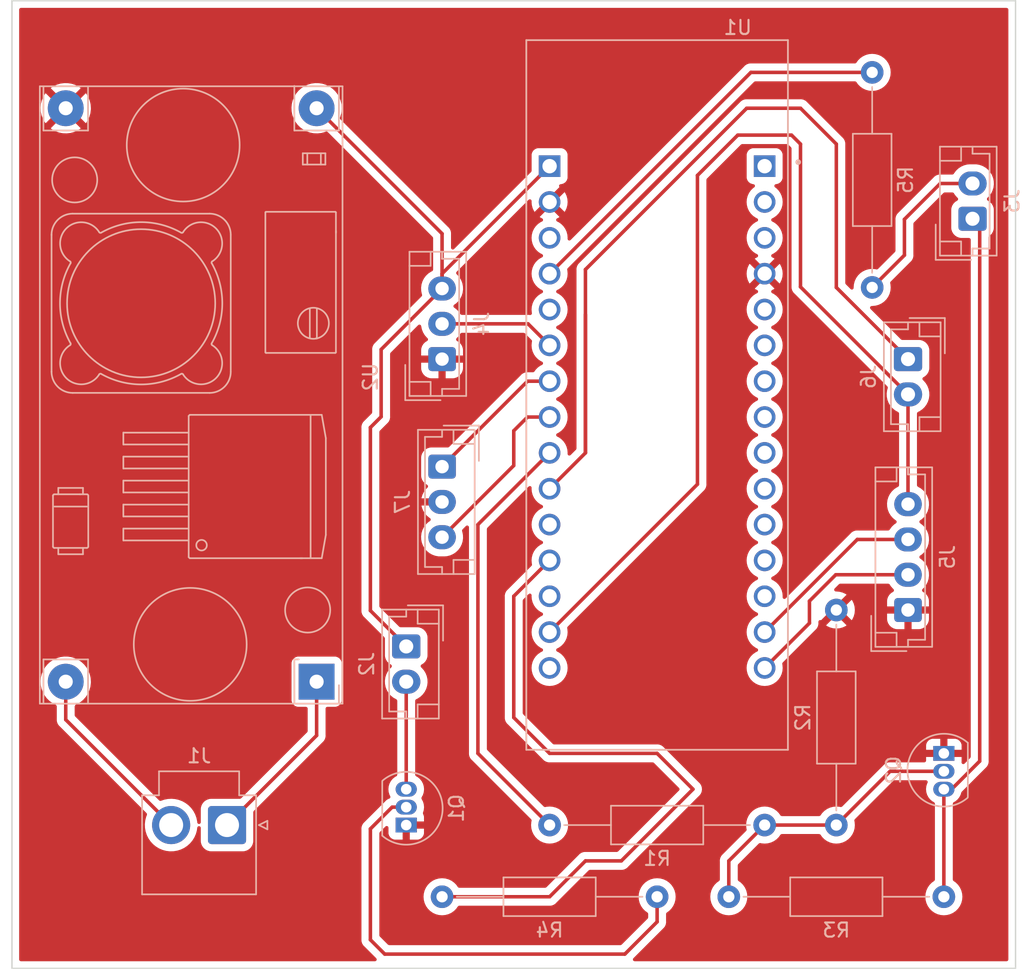
<source format=kicad_pcb>
(kicad_pcb (version 20211014) (generator pcbnew)
  (layers (0 "F.Cu" signal) (31 "B.Cu" signal) (34 "B.Paste" user) (35 "F.Paste" user) (36 "B.SilkS" user "B.Silkscreen") (37 "F.SilkS" user "F.Silkscreen") (38 "B.Mask" user) (39 "F.Mask" user) (44 "Edge.Cuts" user))
  (net 0 "")
  (net 1 "Net-(J1-Pad1)")
  (net 2 "Net-(J1-Pad2)")
  (net 3 "+8V")
  (net 4 "Net-(J2-Pad2)")
  (net 5 "Net-(J3-Pad1)")
  (net 6 "Net-(J3-Pad2)")
  (net 7 "GND")
  (net 8 "A6")
  (net 9 "Net-(Q1-Pad2)")
  (net 10 "Net-(Q2-Pad2)")
  (net 11 "A3")
  (net 12 "A0")
  (net 13 "+5V")
  (net 14 "DT")
  (net 15 "CLK")
  (net 29 "+3V3")
  (net 31 "A2")
  (net 32 "A5")
  (net 33 "A4")
  (footprint "Resistor_THT:R_Axial_DIN0207_L6.3mm_D2.5mm_P15.24mm_Horizontal" (layer "B.Cu") (at 182.88 91.44)
    (fp_text reference "R1" (at 7.62 2.37) (layer "B.SilkS") (effects (justify mirror)))
    (fp_text value "2.2k")
    (fp_line (start 1.04 0) (end 4.35 0) (layer "B.SilkS") (width 0.12))
    (fp_line (start 10.89 -1.37) (end 10.89 1.37) (layer "B.SilkS") (width 0.12))
    (fp_line (start 10.89 1.37) (end 4.35 1.37) (layer "B.SilkS") (width 0.12))
    (fp_line (start 4.35 1.37) (end 4.35 -1.37) (layer "B.SilkS") (width 0.12))
    (fp_line (start 4.35 -1.37) (end 10.89 -1.37) (layer "B.SilkS") (width 0.12))
    (fp_line (start 14.2 0) (end 10.89 0) (layer "B.SilkS") (width 0.12))
    (pad "1" thru_hole circle (at 0 0) (size 1.6 1.6) (drill 0.8) (layers *.Cu *.Mask) (net 11 "A3"))
    (pad "2" thru_hole oval (at 15.24 0) (size 1.6 1.6) (drill 0.8) (layers *.Cu *.Mask) (net 10 "Net-(Q2-Pad2)"))
  )
  (footprint "Resistor_THT:R_Axial_DIN0207_L6.3mm_D2.5mm_P15.24mm_Horizontal" (layer "B.Cu") (at 205.74 53.34 90)
    (fp_text reference "R5" (at 7.62 2.37 90) (layer "B.SilkS") (effects (justify mirror)))
    (fp_text value "10")
    (fp_line (start 4.35 1.37) (end 4.35 -1.37) (layer "B.SilkS") (width 0.12))
    (fp_line (start 10.89 -1.37) (end 10.89 1.37) (layer "B.SilkS") (width 0.12))
    (fp_line (start 1.04 0) (end 4.35 0) (layer "B.SilkS") (width 0.12))
    (fp_line (start 14.2 0) (end 10.89 0) (layer "B.SilkS") (width 0.12))
    (fp_line (start 10.89 1.37) (end 4.35 1.37) (layer "B.SilkS") (width 0.12))
    (fp_line (start 4.35 -1.37) (end 10.89 -1.37) (layer "B.SilkS") (width 0.12))
    (pad "1" thru_hole circle (at 0 0 90) (size 1.6 1.6) (drill 0.8) (layers *.Cu *.Mask) (net 6 "Net-(J3-Pad2)"))
    (pad "2" thru_hole oval (at 15.24 0 90) (size 1.6 1.6) (drill 0.8) (layers *.Cu *.Mask) (net 13 "+5V"))
  )
  (footprint "Connector_JST:JST_EH_B4B-EH-A_1x04_P2.50mm_Vertical" (layer "B.Cu") (at 208.28 76.2 90)
    (fp_text reference "J5" (at 3.75 2.8 90) (layer "B.SilkS") (effects (justify mirror)))
    (fp_text value "Conn_01x04_Male")
    (fp_line (start -2.61 -0.81) (end -1.61 -0.81) (layer "B.SilkS") (width 0.12))
    (fp_line (start 9.61 1.21) (end 9.61 0) (layer "B.SilkS") (width 0.12))
    (fp_line (start -1.61 -0.81) (end -1.61 -2.31) (layer "B.SilkS") (width 0.12))
    (fp_line (start -2.11 0) (end -2.11 1.21) (layer "B.SilkS") (width 0.12))
    (fp_line (start 10.11 1.71) (end -2.61 1.71) (layer "B.SilkS") (width 0.12))
    (fp_line (start 10.11 -0.81) (end 9.11 -0.81) (layer "B.SilkS") (width 0.12))
    (fp_line (start -2.91 -0.11) (end -2.91 -2.61) (layer "B.SilkS") (width 0.12))
    (fp_line (start -2.61 -2.31) (end 10.11 -2.31) (layer "B.SilkS") (width 0.12))
    (fp_line (start -2.91 -2.61) (end -0.41 -2.61) (layer "B.SilkS") (width 0.12))
    (fp_line (start 10.11 -2.31) (end 10.11 1.71) (layer "B.SilkS") (width 0.12))
    (fp_line (start -2.11 1.21) (end 9.61 1.21) (layer "B.SilkS") (width 0.12))
    (fp_line (start -2.61 1.71) (end -2.61 -2.31) (layer "B.SilkS") (width 0.12))
    (fp_line (start 9.61 0) (end 10.11 0) (layer "B.SilkS") (width 0.12))
    (fp_line (start -2.61 0) (end -2.11 0) (layer "B.SilkS") (width 0.12))
    (fp_line (start 9.11 -0.81) (end 9.11 -2.31) (layer "B.SilkS") (width 0.12))
    (pad "1" thru_hole roundrect (at 0 0 90) (size 1.7 1.95) (drill 0.95) (layers *.Cu *.Mask) (roundrect_rratio 0.1470588235) (net 7 "GND"))
    (pad "2" thru_hole oval (at 2.5 0 90) (size 1.7 1.95) (drill 0.95) (layers *.Cu *.Mask) (net 14 "DT"))
    (pad "3" thru_hole oval (at 5 0 90) (size 1.7 1.95) (drill 0.95) (layers *.Cu *.Mask) (net 15 "CLK"))
    (pad "4" thru_hole oval (at 7.5 0 90) (size 1.7 1.95) (drill 0.95) (layers *.Cu *.Mask) (net 29 "+3V3"))
  )
  (footprint "Connector_JST:JST_EH_B2B-EH-A_1x02_P2.50mm_Vertical" (layer "B.Cu") (at 208.28 58.42 -90)
    (fp_text reference "J6" (at 1.25 2.8 90) (layer "B.SilkS") (effects (justify mirror)))
    (fp_text value "Conn_01x02_Male")
    (fp_line (start -2.61 -2.31) (end 5.11 -2.31) (layer "B.SilkS") (width 0.12))
    (fp_line (start 4.61 1.21) (end 4.61 0) (layer "B.SilkS") (width 0.12))
    (fp_line (start -2.91 -2.61) (end -0.41 -2.61) (layer "B.SilkS") (width 0.12))
    (fp_line (start -2.91 -0.11) (end -2.91 -2.61) (layer "B.SilkS") (width 0.12))
    (fp_line (start -2.11 0) (end -2.11 1.21) (layer "B.SilkS") (width 0.12))
    (fp_line (start 4.11 -0.81) (end 4.11 -2.31) (layer "B.SilkS") (width 0.12))
    (fp_line (start 5.11 1.71) (end -2.61 1.71) (layer "B.SilkS") (width 0.12))
    (fp_line (start 5.11 -2.31) (end 5.11 1.71) (layer "B.SilkS") (width 0.12))
    (fp_line (start -2.11 1.21) (end 4.61 1.21) (layer "B.SilkS") (width 0.12))
    (fp_line (start -2.61 1.71) (end -2.61 -2.31) (layer "B.SilkS") (width 0.12))
    (fp_line (start -2.61 -0.81) (end -1.61 -0.81) (layer "B.SilkS") (width 0.12))
    (fp_line (start -2.61 0) (end -2.11 0) (layer "B.SilkS") (width 0.12))
    (fp_line (start 5.11 -0.81) (end 4.11 -0.81) (layer "B.SilkS") (width 0.12))
    (fp_line (start -1.61 -0.81) (end -1.61 -2.31) (layer "B.SilkS") (width 0.12))
    (fp_line (start 4.61 0) (end 5.11 0) (layer "B.SilkS") (width 0.12))
    (pad "1" thru_hole roundrect (at 0 0 270) (size 1.7 2) (drill 1) (layers *.Cu *.Mask) (roundrect_rratio 0.1470588235) (net 31 "A2"))
    (pad "2" thru_hole oval (at 2.5 0 270) (size 1.7 2) (drill 1) (layers *.Cu *.Mask) (net 29 "+3V3"))
  )
  (footprint "L432:MODULE_NUCLEO-L432KC" (layer "B.Cu") (at 190.5 60.96 180)
    (fp_text reference "U1" (at -5.715 26.035) (layer "B.SilkS") (effects (justify mirror)))
    (fp_text value "NUCLEO-L432KC")
    (fp_line (start 9.27 -25.145) (end -9.27 -25.145) (layer "B.SilkS") (width 0.127))
    (fp_line (start 9.27 25.145) (end 9.27 -25.145) (layer "B.SilkS") (width 0.127))
    (fp_line (start -9.27 25.145) (end 9.27 25.145) (layer "B.SilkS") (width 0.127))
    (fp_line (start -9.27 -25.145) (end -9.27 25.145) (layer "B.SilkS") (width 0.127))
    (fp_circle (center -10 16.5) (end -9.9 16.5) (layer "B.SilkS") (width 0.2) (fill none))
    (pad "CN3_1" thru_hole rect locked (at -7.62 16.215 180) (size 1.53 1.53) (drill 1.02) (layers *.Cu *.Mask))
    (pad "CN3_2" thru_hole circle locked (at -7.62 13.675 180) (size 1.53 1.53) (drill 1.02) (layers *.Cu *.Mask))
    (pad "CN3_3" thru_hole circle locked (at -7.62 11.135 180) (size 1.53 1.53) (drill 1.02) (layers *.Cu *.Mask))
    (pad "CN3_4" thru_hole circle locked (at -7.62 8.595 180) (size 1.53 1.53) (drill 1.02) (layers *.Cu *.Mask) (net 7 "GND"))
    (pad "CN3_5" thru_hole circle locked (at -7.62 6.055 180) (size 1.53 1.53) (drill 1.02) (layers *.Cu *.Mask))
    (pad "CN3_6" thru_hole circle locked (at -7.62 3.515 180) (size 1.53 1.53) (drill 1.02) (layers *.Cu *.Mask))
    (pad "CN3_7" thru_hole circle locked (at -7.62 0.975 180) (size 1.53 1.53) (drill 1.02) (layers *.Cu *.Mask))
    (pad "CN3_8" thru_hole circle locked (at -7.62 -1.565 180) (size 1.53 1.53) (drill 1.02) (layers *.Cu *.Mask))
    (pad "CN3_9" thru_hole circle locked (at -7.62 -4.105 180) (size 1.53 1.53) (drill 1.02) (layers *.Cu *.Mask))
    (pad "CN3_10" thru_hole circle locked (at -7.62 -6.645 180) (size 1.53 1.53) (drill 1.02) (layers *.Cu *.Mask))
    (pad "CN3_11" thru_hole circle locked (at -7.62 -9.185 180) (size 1.53 1.53) (drill 1.02) (layers *.Cu *.Mask))
    (pad "CN3_12" thru_hole circle locked (at -7.62 -11.725 180) (size 1.53 1.53) (drill 1.02) (layers *.Cu *.Mask))
    (pad "CN3_13" thru_hole circle locked (at -7.62 -14.265 180) (size 1.53 1.53) (drill 1.02) (layers *.Cu *.Mask))
    (pad "CN3_14" thru_hole circle locked (at -7.62 -16.805 180) (size 1.53 1.53) (drill 1.02) (layers *.Cu *.Mask) (net 15 "CLK"))
    (pad "CN3_15" thru_hole circle locked (at -7.62 -19.345 180) (size 1.53 1.53) (drill 1.02) (layers *.Cu *.Mask) (net 14 "DT"))
    (pad "CN4_1" thru_hole rect locked (at 7.62 16.215 180) (size 1.53 1.53) (drill 1.02) (layers *.Cu *.Mask) (net 3 "+8V"))
    (pad "CN4_2" thru_hole circle locked (at 7.62 13.675 180) (size 1.53 1.53) (drill 1.02) (layers *.Cu *.Mask) (net 7 "GND"))
    (pad "CN4_3" thru_hole circle locked (at 7.62 11.135 180) (size 1.53 1.53) (drill 1.02) (layers *.Cu *.Mask))
    (pad "CN4_4" thru_hole circle locked (at 7.62 8.595 180) (size 1.53 1.53) (drill 1.02) (layers *.Cu *.Mask) (net 13 "+5V"))
    (pad "CN4_5" thru_hole circle locked (at 7.62 6.055 180) (size 1.53 1.53) (drill 1.02) (layers *.Cu *.Mask))
    (pad "CN4_6" thru_hole circle locked (at 7.62 3.515 180) (size 1.53 1.53) (drill 1.02) (layers *.Cu *.Mask) (net 8 "A6"))
    (pad "CN4_7" thru_hole circle locked (at 7.62 0.975 180) (size 1.53 1.53) (drill 1.02) (layers *.Cu *.Mask) (net 32 "A5"))
    (pad "CN4_8" thru_hole circle locked (at 7.62 -1.565 180) (size 1.53 1.53) (drill 1.02) (layers *.Cu *.Mask) (net 33 "A4"))
    (pad "CN4_9" thru_hole circle locked (at 7.62 -4.105 180) (size 1.53 1.53) (drill 1.02) (layers *.Cu *.Mask) (net 11 "A3"))
    (pad "CN4_10" thru_hole circle locked (at 7.62 -6.645 180) (size 1.53 1.53) (drill 1.02) (layers *.Cu *.Mask) (net 31 "A2"))
    (pad "CN4_11" thru_hole circle locked (at 7.62 -9.185 180) (size 1.53 1.53) (drill 1.02) (layers *.Cu *.Mask))
    (pad "CN4_12" thru_hole circle locked (at 7.62 -11.725 180) (size 1.53 1.53) (drill 1.02) (layers *.Cu *.Mask) (net 12 "A0"))
    (pad "CN4_13" thru_hole circle locked (at 7.62 -14.265 180) (size 1.53 1.53) (drill 1.02) (layers *.Cu *.Mask))
    (pad "CN4_14" thru_hole circle locked (at 7.62 -16.805 180) (size 1.53 1.53) (drill 1.02) (layers *.Cu *.Mask) (net 29 "+3V3"))
    (pad "CN4_15" thru_hole circle locked (at 7.62 -19.345 180) (size 1.53 1.53) (drill 1.02) (layers *.Cu *.Mask))
  )
  (footprint "Connector_JST:JST_EH_B3B-EH-A_1x03_P2.50mm_Vertical" (layer "B.Cu") (at 175.26 66.04 -90)
    (fp_text reference "J7" (at 2.5 2.8 90) (layer "B.SilkS") (effects (justify mirror)))
    (fp_text value "Conn_01x03_Male")
    (fp_line (start 7.11 0) (end 7.61 0) (layer "B.SilkS") (width 0.12))
    (fp_line (start -2.61 -2.31) (end 7.61 -2.31) (layer "B.SilkS") (width 0.12))
    (fp_line (start -2.61 1.71) (end -2.61 -2.31) (layer "B.SilkS") (width 0.12))
    (fp_line (start -2.11 1.21) (end 7.11 1.21) (layer "B.SilkS") (width 0.12))
    (fp_line (start -1.61 -0.81) (end -1.61 -2.31) (layer "B.SilkS") (width 0.12))
    (fp_line (start -2.91 -0.11) (end -2.91 -2.61) (layer "B.SilkS") (width 0.12))
    (fp_line (start 7.61 1.71) (end -2.61 1.71) (layer "B.SilkS") (width 0.12))
    (fp_line (start -2.61 0) (end -2.11 0) (layer "B.SilkS") (width 0.12))
    (fp_line (start -2.11 0) (end -2.11 1.21) (layer "B.SilkS") (width 0.12))
    (fp_line (start 7.11 1.21) (end 7.11 0) (layer "B.SilkS") (width 0.12))
    (fp_line (start -2.91 -2.61) (end -0.41 -2.61) (layer "B.SilkS") (width 0.12))
    (fp_line (start 6.61 -0.81) (end 6.61 -2.31) (layer "B.SilkS") (width 0.12))
    (fp_line (start 7.61 -0.81) (end 6.61 -0.81) (layer "B.SilkS") (width 0.12))
    (fp_line (start 7.61 -2.31) (end 7.61 1.71) (layer "B.SilkS") (width 0.12))
    (fp_line (start -2.61 -0.81) (end -1.61 -0.81) (layer "B.SilkS") (width 0.12))
    (pad "1" thru_hole roundrect (at 0 0 270) (size 1.7 1.95) (drill 0.95) (layers *.Cu *.Mask) (roundrect_rratio 0.1470588235) (net 32 "A5"))
    (pad "2" thru_hole oval (at 2.5 0 270) (size 1.7 1.95) (drill 0.95) (layers *.Cu *.Mask) (net 7 "GND"))
    (pad "3" thru_hole oval (at 5 0 270) (size 1.7 1.95) (drill 0.95) (layers *.Cu *.Mask) (net 33 "A4"))
  )
  (footprint "LM2596:YAAJ_DCDC_StepDown_LM2596" (layer "B.Cu") (at 166.37 81.28 90)
    (fp_text reference "U2" (at 21.59 3.81 90) (layer "B.SilkS") (effects (justify mirror)))
    (fp_text value "LM2596")
    (fp_line (start 37.448681 -0.660295) (end 36.648681 -0.660295) (layer "B.SilkS") (width 0.12))
    (fp_line (start 24.348594 -0.007294) (end 24.324147 -0.002062) (layer "B.SilkS") (width 0.12))
    (fp_line (start 18.83267 -9.06667) (end 18.910233 -8.989106) (layer "B.SilkS") (width 0.12))
    (fp_line (start 12.550233 -13.69667) (end 12.550233 -9.06667) (layer "B.SilkS") (width 0.12))
    (fp_line (start 13.282636 -16.794696) (end 13.282636 -16.700144) (layer "B.SilkS") (width 0.12))
    (fp_line (start 39.06 -1.58) (end 42.22 -1.58) (layer "B.SilkS") (width 0.12))
    (fp_line (start 33.249783 -3.632294) (end 23.349783 -3.632294) (layer "B.SilkS") (width 0.12))
    (fp_line (start 10.010233 -13.69667) (end 10.850233 -13.69667) (layer "B.SilkS") (width 0.12))
    (fp_line (start 36.648681 0.299704) (end 37.448681 0.299704) (layer "B.SilkS") (width 0.12))
    (fp_line (start 39.06 1.58) (end 42.175 1.58) (layer "B.SilkS") (width 0.12))
    (fp_line (start 31.667397 -6.085796) (end 21.967397 -6.085796) (layer "B.SilkS") (width 0.12))
    (fp_line (start 8.827797 -9.06667) (end 18.83267 -9.06667) (layer "B.SilkS") (width 0.12))
    (fp_line (start 18.910233 -0.42667) (end 8.750233 -0.42667) (layer "B.SilkS") (width 0.12))
    (fp_line (start 33.299783 1.317705) (end 33.299783 -3.582294) (layer "B.SilkS") (width 0.12))
    (fp_line (start 36.648681 -0.980295) (end 36.648681 0.619704) (layer "B.SilkS") (width 0.12))
    (fp_line (start -1.55 -19.36) (end 1.58 -19.36) (layer "B.SilkS") (width 0.12))
    (fp_line (start 24.348594 -0.007294) (end 24.360553 0.017705) (layer "B.SilkS") (width 0.12))
    (fp_line (start 9.031636 -18.308217) (end 9.031636 -16.558217) (layer "B.SilkS") (width 0.12))
    (fp_line (start 26.439014 0.017705) (end 24.360553 0.017705) (layer "B.SilkS") (width 0.12))
    (fp_line (start 11.710233 -13.69667) (end 11.710233 -9.06667) (layer "B.SilkS") (width 0.12))
    (fp_line (start 12.411358 -16.283217) (end 12.411358 -18.583217) (layer "B.SilkS") (width 0.12))
    (fp_line (start -1.55 -1.575) (end 1.58 -1.58) (layer "B.SilkS") (width 0.12))
    (fp_line (start 13.410233 -13.69667) (end 14.250233 -13.69667) (layer "B.SilkS") (width 0.12))
    (fp_line (start 8.750233 -8.989106) (end 8.750233 0.36239) (layer "B.SilkS") (width 0.12))
    (fp_line (start 24.360553 -0.482294) (end 26.439014 -0.482294) (layer "B.SilkS") (width 0.12))
    (fp_line (start 11.710233 -13.69667) (end 12.550233 -13.69667) (layer "B.SilkS") (width 0.12))
    (fp_line (start 15.110233 -13.69667) (end 15.110233 -9.06667) (layer "B.SilkS") (width 0.12))
    (fp_line (start 42.195 1.835) (end -1.555 1.835) (layer "B.SilkS") (width 0.12))
    (fp_line (start 13.181636 -18.683217) (end 9.581636 -18.683217) (layer "B.SilkS") (width 0.12))
    (fp_line (start 13.731636 -16.558217) (end 13.731636 -18.308217) (layer "B.SilkS") (width 0.12))
    (fp_line (start 16.810233 -13.69667) (end 17.650233 -13.69667) (layer "B.SilkS") (width 0.12))
    (fp_line (start 9.481636 -18.308217) (end 9.031636 -18.308217) (layer "B.SilkS") (width 0.12))
    (fp_line (start 16.810233 -13.69667) (end 16.810233 -9.06667) (layer "B.SilkS") (width 0.12))
    (fp_line (start 20.467397 -7.585796) (end 20.467397 -17.285796) (layer "B.SilkS") (width 0.12))
    (fp_line (start 10.850233 -13.69667) (end 10.850233 -9.06667) (layer "B.SilkS") (width 0.12))
    (fp_line (start -1.555 1.835) (end -1.555 -19.615) (layer "B.SilkS") (width 0.12))
    (fp_line (start 39.06 -16.2) (end 42.175 -16.2) (layer "B.SilkS") (width 0.12))
    (fp_line (start 9.481636 -18.583217) (end 9.481636 -16.283217) (layer "B.SilkS") (width 0.12))
    (fp_line (start 23.299783 -3.582294) (end 23.299783 1.317705) (layer "B.SilkS") (width 0.12))
    (fp_line (start 18.910233 -8.989106) (end 18.910233 0.36239) (layer "B.SilkS") (width 0.12))
    (fp_line (start 15.110233 -13.69667) (end 15.950233 -13.69667) (layer "B.SilkS") (width 0.12))
    (fp_line (start 17.260233 0.653329) (end 18.910233 0.36239) (layer "B.SilkS") (width 0.12))
    (fp_line (start 8.750233 0.36239) (end 10.400233 0.653329) (layer "B.SilkS") (width 0.12))
    (fp_line (start -1.55 -16.2) (end 1.58 -16.2) (layer "B.SilkS") (width 0.12))
    (fp_line (start 31.942312 1.368705) (end 31.908357 1.368705) (layer "B.SilkS") (width 0.12))
    (fp_line (start 24.336385 0.0491) (end 24.360553 0.017705) (layer "B.SilkS") (width 0.12))
    (fp_line (start 31.858978 1.368705) (end 31.814106 1.368705) (layer "B.SilkS") (width 0.12))
    (fp_line (start 1.58 -16.2) (end 1.58 -19.36) (layer "B.SilkS") (width 0.12))
    (fp_line (start 15.950233 -13.69667) (end 15.950233 -9.06667) (layer "B.SilkS") (width 0.12))
    (fp_line (start 42.195 -19.615) (end 42.195 1.835) (layer "B.SilkS") (width 0.12))
    (fp_line (start 39.06 -19.36) (end 42.175 -19.36) (layer "B.SilkS") (width 0.12))
    (fp_line (start 24.348594 -0.007294) (end 24.355764 0.023925) (layer "B.SilkS") (width 0.12))
    (fp_line (start 10.400233 0.653329) (end 17.260233 0.653329) (layer "B.SilkS") (width 0.12))
    (fp_line (start 21.967397 -18.785796) (end 31.667397 -18.785796) (layer "B.SilkS") (width 0.12))
    (fp_line (start 23.349783 1.367705) (end 33.249783 1.367705) (layer "B.SilkS") (width 0.12))
    (fp_line (start 37.448681 -0.980295) (end 36.648681 -0.980295) (layer "B.SilkS") (width 0.12))
    (fp_line (start 1.58 -1.27) (end 1.58 -1.58) (layer "B.SilkS") (width 0.12))
    (fp_line (start 39.06 -19.36) (end 39.06 -16.2) (layer "B.SilkS") (width 0.12))
    (fp_line (start 37.448681 0.619704) (end 37.448681 -0.980295) (layer "B.SilkS") (width 0.12))
    (fp_line (start 33.167397 -17.285796) (end 33.167397 -7.585796) (layer "B.SilkS") (width 0.12))
    (fp_line (start 13.731636 -18.308217) (end 13.281636 -18.308217) (layer "B.SilkS") (width 0.12))
    (fp_line (start 13.410233 -13.69667) (end 13.410233 -9.06667) (layer "B.SilkS") (width 0.12))
    (fp_line (start 13.281636 -16.283217) (end 13.281636 -18.583217) (layer "B.SilkS") (width 0.12))
    (fp_line (start 14.250233 -13.69667) (end 14.250233 -9.06667) (layer "B.SilkS") (width 0.12))
    (fp_line (start 8.749233 -1.004149) (end 8.749233 -1.165687) (layer "B.SilkS") (width 0.12))
    (fp_line (start 39.06 -1.58) (end 39.06 1.58) (layer "B.SilkS") (width 0.12))
    (fp_line (start 13.281636 -16.558217) (end 13.731636 -16.558217) (layer "B.SilkS") (width 0.12))
    (fp_line (start 9.031636 -16.558217) (end 9.481636 -16.558217) (layer "B.SilkS") (width 0.12))
    (fp_line (start -1.555 -19.615) (end 42.195 -19.615) (layer "B.SilkS") (width 0.12))
    (fp_line (start 8.750233 -8.989106) (end 8.827797 -9.06667) (layer "B.SilkS") (width 0.12))
    (fp_line (start 10.010233 -13.69667) (end 10.010233 -9.06667) (layer "B.SilkS") (width 0.12))
    (fp_line (start 37.448681 0.619704) (end 36.648681 0.619704) (layer "B.SilkS") (width 0.12))
    (fp_line (start -1.55 1.58) (end -0.25 1.58) (layer "B.SilkS") (width 0.12))
    (fp_line (start 17.650233 -13.69667) (end 17.650233 -9.06667) (layer "B.SilkS") (width 0.12))
    (fp_line (start 9.581636 -16.183217) (end 13.181636 -16.183217) (layer "B.SilkS") (width 0.12))
    (fp_arc (start 21.815218 -9.600183) (mid 21.067397 -12.435797) (end 21.815218 -15.27141) (layer "B.SilkS") (width 0.12))
    (fp_arc (start 21.781132 -15.405582) (mid 21.825145 -15.345347) (end 21.815217 -15.271409) (layer "B.SilkS") (width 0.12))
    (fp_arc (start 24.336385 -0.51369) (mid 26.469611 0.023574) (end 24.324148 -0.462527) (layer "B.SilkS") (width 0.12))
    (fp_arc (start 21.781132 -15.405582) (mid 21.514096 -17.739097) (end 23.847611 -17.472062) (layer "B.SilkS") (width 0.12))
    (fp_arc (start 33.249783 -3.632294) (mid 33.285138 -3.617649) (end 33.299783 -3.582294) (layer "B.SilkS") (width 0.12))
    (fp_arc (start 23.847611 -7.399531) (mid 21.514096 -7.132495) (end 21.781132 -9.466011) (layer "B.SilkS") (width 0.12))
    (fp_arc (start 23.299783 -3.582294) (mid 23.314428 -3.617649) (end 23.349783 -3.632294) (layer "B.SilkS") (width 0.12))
    (fp_arc (start 31.819576 -15.27141) (mid 31.809649 -15.345348) (end 31.853663 -15.405583) (layer "B.SilkS") (width 0.12))
    (fp_arc (start 13.281636 -16.283217) (mid 13.252347 -16.212506) (end 13.181636 -16.183217) (layer "B.SilkS") (width 0.12))
    (fp_arc (start 20.467397 -17.285796) (mid 20.906737 -18.346456) (end 21.967397 -18.785796) (layer "B.SilkS") (width 0.12))
    (fp_arc (start 9.481636 -18.583217) (mid 9.510925 -18.653928) (end 9.581636 -18.683217) (layer "B.SilkS") (width 0.12))
    (fp_arc (start 23.981783 -17.437976) (mid 23.907845 -17.428049) (end 23.847611 -17.472062) (layer "B.SilkS") (width 0.12))
    (fp_arc (start 29.787183 -17.472062) (mid 29.726949 -17.428049) (end 29.653011 -17.437976) (layer "B.SilkS") (width 0.12))
    (fp_arc (start 33.167397 -7.585796) (mid 32.728057 -6.525136) (end 31.667397 -6.085796) (layer "B.SilkS") (width 0.12))
    (fp_arc (start 33.299783 1.317705) (mid 33.285138 1.35306) (end 33.249783 1.367705) (layer "B.SilkS") (width 0.12))
    (fp_arc (start 21.967397 -6.085796) (mid 20.906737 -6.525136) (end 20.467397 -7.585796) (layer "B.SilkS") (width 0.12))
    (fp_arc (start 31.667397 -18.785796) (mid 32.728057 -18.346456) (end 33.167397 -17.285796) (layer "B.SilkS") (width 0.12))
    (fp_arc (start 31.819576 -15.27141) (mid 32.567397 -12.435797) (end 31.819576 -9.600183) (layer "B.SilkS") (width 0.12))
    (fp_arc (start 23.349783 1.367705) (mid 23.314428 1.35306) (end 23.299783 1.317705) (layer "B.SilkS") (width 0.12))
    (fp_arc (start 31.853662 -9.466011) (mid 31.809649 -9.526246) (end 31.819577 -9.600184) (layer "B.SilkS") (width 0.12))
    (fp_arc (start 29.787183 -17.472062) (mid 32.120698 -17.739098) (end 31.853662 -15.405582) (layer "B.SilkS") (width 0.12))
    (fp_arc (start 21.815218 -9.600183) (mid 21.825145 -9.526245) (end 21.781131 -9.46601) (layer "B.SilkS") (width 0.12))
    (fp_arc (start 31.853662 -9.466011) (mid 32.120698 -7.132496) (end 29.787183 -7.399531) (layer "B.SilkS") (width 0.12))
    (fp_arc (start 23.981783 -17.437976) (mid 26.817397 -18.185797) (end 29.653011 -17.437976) (layer "B.SilkS") (width 0.12))
    (fp_arc (start 13.181636 -18.683217) (mid 13.252347 -18.653928) (end 13.281636 -18.583217) (layer "B.SilkS") (width 0.12))
    (fp_arc (start 9.581636 -16.183217) (mid 9.510925 -16.212506) (end 9.481636 -16.283217) (layer "B.SilkS") (width 0.12))
    (fp_arc (start 29.653011 -7.433617) (mid 29.726949 -7.443544) (end 29.787183 -7.399531) (layer "B.SilkS") (width 0.12))
    (fp_arc (start 23.847611 -7.399531) (mid 23.907845 -7.443544) (end 23.981783 -7.433617) (layer "B.SilkS") (width 0.12))
    (fp_arc (start 29.653011 -7.433617) (mid 26.817398 -6.685796) (end 23.981784 -7.433617) (layer "B.SilkS") (width 0.12))
    (fp_circle (center 2.646666 -8.957418) (end 6.646666 -8.957418) (layer "B.SilkS") (width 0.12) (fill none))
    (fp_circle (center 35.56 -17.145) (end 37.159 -17.145) (layer "B.SilkS") (width 0.12) (fill none))
    (fp_circle (center 5.08 -0.635) (end 6.678999 -0.635) (layer "B.SilkS") (width 0.12) (fill none))
    (fp_circle (center 26.817397 -12.435796) (end 32.067397 -12.435796) (layer "B.SilkS") (width 0.12) (fill none))
    (fp_circle (center 9.673179 -8.154594) (end 10.048179 -8.154594) (layer "B.SilkS") (width 0.12) (fill none))
    (fp_circle (center 38.029307 -9.455206) (end 42.029307 -9.455206) (layer "B.SilkS") (width 0.12) (fill none))
    (pad "1" thru_hole rect locked (at 0 0 90) (size 2.54 2.54) (drill 1) (layers *.Cu *.Mask) (net 1 "Net-(J1-Pad1)"))
    (pad "2" thru_hole circle locked (at 0 -17.78 90) (size 2.54 2.54) (drill 1) (layers *.Cu *.Mask) (net 2 "Net-(J1-Pad2)"))
    (pad "3" thru_hole circle locked (at 40.64 -17.78 90) (size 2.54 2.54) (drill 1) (layers *.Cu *.Mask) (net 7 "GND"))
    (pad "4" thru_hole circle locked (at 40.64 0 90) (size 2.54 2.54) (drill 1) (layers *.Cu *.Mask) (net 3 "+8V"))
  )
  (footprint "Connector_JST:JST_EH_B3B-EH-A_1x03_P2.50mm_Vertical" (layer "B.Cu") (at 175.26 58.42 90)
    (fp_text reference "J4" (at 2.5 2.8 90) (layer "B.SilkS") (effects (justify mirror)))
    (fp_text value "Conn_01x03_Male")
    (fp_line (start -2.11 1.21) (end 7.11 1.21) (layer "B.SilkS") (width 0.12))
    (fp_line (start -2.91 -2.61) (end -0.41 -2.61) (layer "B.SilkS") (width 0.12))
    (fp_line (start 7.61 1.71) (end -2.61 1.71) (layer "B.SilkS") (width 0.12))
    (fp_line (start -2.61 0) (end -2.11 0) (layer "B.SilkS") (width 0.12))
    (fp_line (start -2.61 1.71) (end -2.61 -2.31) (layer "B.SilkS") (width 0.12))
    (fp_line (start 6.61 -0.81) (end 6.61 -2.31) (layer "B.SilkS") (width 0.12))
    (fp_line (start -1.61 -0.81) (end -1.61 -2.31) (layer "B.SilkS") (width 0.12))
    (fp_line (start 7.61 -0.81) (end 6.61 -0.81) (layer "B.SilkS") (width 0.12))
    (fp_line (start 7.11 1.21) (end 7.11 0) (layer "B.SilkS") (width 0.12))
    (fp_line (start 7.61 -2.31) (end 7.61 1.71) (layer "B.SilkS") (width 0.12))
    (fp_line (start -2.91 -0.11) (end -2.91 -2.61) (layer "B.SilkS") (width 0.12))
    (fp_line (start -2.11 0) (end -2.11 1.21) (layer "B.SilkS") (width 0.12))
    (fp_line (start 7.11 0) (end 7.61 0) (layer "B.SilkS") (width 0.12))
    (fp_line (start -2.61 -0.81) (end -1.61 -0.81) (layer "B.SilkS") (width 0.12))
    (fp_line (start -2.61 -2.31) (end 7.61 -2.31) (layer "B.SilkS") (width 0.12))
    (pad "1" thru_hole roundrect (at 0 0 90) (size 1.7 1.95) (drill 0.95) (layers *.Cu *.Mask) (roundrect_rratio 0.1470588235) (net 7 "GND"))
    (pad "2" thru_hole oval (at 2.5 0 90) (size 1.7 1.95) (drill 0.95) (layers *.Cu *.Mask) (net 8 "A6"))
    (pad "3" thru_hole oval (at 5 0 90) (size 1.7 1.95) (drill 0.95) (layers *.Cu *.Mask) (net 3 "+8V"))
  )
  (footprint "Resistor_THT:R_Axial_DIN0207_L6.3mm_D2.5mm_P15.24mm_Horizontal" (layer "B.Cu") (at 175.26 96.52)
    (fp_text reference "R4" (at 7.62 2.37) (layer "B.SilkS") (effects (justify mirror)))
    (fp_text value "300")
    (fp_line (start 10.89 1.37) (end 4.35 1.37) (layer "B.SilkS") (width 0.12))
    (fp_line (start 10.89 -1.37) (end 10.89 1.37) (layer "B.SilkS") (width 0.12))
    (fp_line (start 4.35 1.37) (end 4.35 -1.37) (layer "B.SilkS") (width 0.12))
    (fp_line (start 1.04 0) (end 4.35 0) (layer "B.SilkS") (width 0.12))
    (fp_line (start 14.2 0) (end 10.89 0) (layer "B.SilkS") (width 0.12))
    (fp_line (start 4.35 -1.37) (end 10.89 -1.37) (layer "B.SilkS") (width 0.12))
    (pad "1" thru_hole circle (at 0 0) (size 1.6 1.6) (drill 0.8) (layers *.Cu *.Mask) (net 12 "A0"))
    (pad "2" thru_hole oval (at 15.24 0) (size 1.6 1.6) (drill 0.8) (layers *.Cu *.Mask) (net 9 "Net-(Q1-Pad2)"))
  )
  (footprint "Connector_JST:JST_EH_B2B-EH-A_1x02_P2.50mm_Vertical" (layer "B.Cu") (at 212.852 48.474 90)
    (fp_text reference "J3" (at 1.25 2.8 90) (layer "B.SilkS") (effects (justify mirror)))
    (fp_text value "Conn_01x02_Male")
    (fp_line (start -2.61 1.71) (end -2.61 -2.31) (layer "B.SilkS") (width 0.12))
    (fp_line (start -2.11 0) (end -2.11 1.21) (layer "B.SilkS") (width 0.12))
    (fp_line (start 5.11 1.71) (end -2.61 1.71) (layer "B.SilkS") (width 0.12))
    (fp_line (start 4.61 1.21) (end 4.61 0) (layer "B.SilkS") (width 0.12))
    (fp_line (start -2.11 1.21) (end 4.61 1.21) (layer "B.SilkS") (width 0.12))
    (fp_line (start 4.61 0) (end 5.11 0) (layer "B.SilkS") (width 0.12))
    (fp_line (start -2.91 -2.61) (end -0.41 -2.61) (layer "B.SilkS") (width 0.12))
    (fp_line (start -2.61 -2.31) (end 5.11 -2.31) (layer "B.SilkS") (width 0.12))
    (fp_line (start -2.61 0) (end -2.11 0) (layer "B.SilkS") (width 0.12))
    (fp_line (start 5.11 -0.81) (end 4.11 -0.81) (layer "B.SilkS") (width 0.12))
    (fp_line (start -1.61 -0.81) (end -1.61 -2.31) (layer "B.SilkS") (width 0.12))
    (fp_line (start -2.91 -0.11) (end -2.91 -2.61) (layer "B.SilkS") (width 0.12))
    (fp_line (start 4.11 -0.81) (end 4.11 -2.31) (layer "B.SilkS") (width 0.12))
    (fp_line (start 5.11 -2.31) (end 5.11 1.71) (layer "B.SilkS") (width 0.12))
    (fp_line (start -2.61 -0.81) (end -1.61 -0.81) (layer "B.SilkS") (width 0.12))
    (pad "1" thru_hole roundrect (at 0 0 90) (size 1.7 2) (drill 1) (layers *.Cu *.Mask) (roundrect_rratio 0.1470588235) (net 5 "Net-(J3-Pad1)"))
    (pad "2" thru_hole oval (at 2.5 0 90) (size 1.7 2) (drill 1) (layers *.Cu *.Mask) (net 6 "Net-(J3-Pad2)"))
  )
  (footprint "Package_TO_SOT_THT:TO-92L_Inline" (layer "B.Cu") (at 210.82 86.36 -90)
    (fp_text reference "Q2" (at 1.19 3.56 90) (layer "B.SilkS") (effects (justify mirror)))
    (fp_text value "2N2219")
    (fp_line (start -0.75 -1.7) (end 3.1 -1.7) (layer "B.SilkS") (width 0.12))
    (fp_arc (start 3.138611 -1.690122) (mid 1.183448 2.579448) (end -0.75 -1.7) (layer "B.SilkS") (width 0.12))
    (pad "1" thru_hole rect (at 0 0 270) (size 1.05 1.5) (drill 0.75) (layers *.Cu *.Mask) (net 7 "GND"))
    (pad "2" thru_hole oval (at 1.27 0 270) (size 1.05 1.5) (drill 0.75) (layers *.Cu *.Mask) (net 10 "Net-(Q2-Pad2)"))
    (pad "3" thru_hole oval (at 2.54 0 270) (size 1.05 1.5) (drill 0.75) (layers *.Cu *.Mask) (net 5 "Net-(J3-Pad1)"))
  )
  (footprint "Package_TO_SOT_THT:TO-92L_Inline" (layer "B.Cu") (at 172.72 91.44 90)
    (fp_text reference "Q1" (at 1.19 3.56 90) (layer "B.SilkS") (effects (justify mirror)))
    (fp_text value "2N2219")
    (fp_line (start -0.75 -1.7) (end 3.1 -1.7) (layer "B.SilkS") (width 0.12))
    (fp_arc (start 3.138611 -1.690122) (mid 1.183448 2.579448) (end -0.75 -1.7) (layer "B.SilkS") (width 0.12))
    (pad "1" thru_hole rect (at 0 0 90) (size 1.05 1.5) (drill 0.75) (layers *.Cu *.Mask) (net 7 "GND"))
    (pad "2" thru_hole oval (at 1.27 0 90) (size 1.05 1.5) (drill 0.75) (layers *.Cu *.Mask) (net 9 "Net-(Q1-Pad2)"))
    (pad "3" thru_hole oval (at 2.54 0 90) (size 1.05 1.5) (drill 0.75) (layers *.Cu *.Mask) (net 4 "Net-(J2-Pad2)"))
  )
  (footprint "Connector_JST:JST_EH_B2B-EH-A_1x02_P2.50mm_Vertical" (layer "B.Cu") (at 172.72 78.78 -90)
    (fp_text reference "J2" (at 1.25 2.8 90) (layer "B.SilkS") (effects (justify mirror)))
    (fp_text value "Conn_01x02_Male")
    (fp_line (start -2.11 1.21) (end 4.61 1.21) (layer "B.SilkS") (width 0.12))
    (fp_line (start -2.61 -2.31) (end 5.11 -2.31) (layer "B.SilkS") (width 0.12))
    (fp_line (start -2.91 -0.11) (end -2.91 -2.61) (layer "B.SilkS") (width 0.12))
    (fp_line (start 5.11 -0.81) (end 4.11 -0.81) (layer "B.SilkS") (width 0.12))
    (fp_line (start 4.61 0) (end 5.11 0) (layer "B.SilkS") (width 0.12))
    (fp_line (start -2.11 0) (end -2.11 1.21) (layer "B.SilkS") (width 0.12))
    (fp_line (start -1.61 -0.81) (end -1.61 -2.31) (layer "B.SilkS") (width 0.12))
    (fp_line (start -2.91 -2.61) (end -0.41 -2.61) (layer "B.SilkS") (width 0.12))
    (fp_line (start 4.11 -0.81) (end 4.11 -2.31) (layer "B.SilkS") (width 0.12))
    (fp_line (start -2.61 0) (end -2.11 0) (layer "B.SilkS") (width 0.12))
    (fp_line (start 5.11 1.71) (end -2.61 1.71) (layer "B.SilkS") (width 0.12))
    (fp_line (start -2.61 1.71) (end -2.61 -2.31) (layer "B.SilkS") (width 0.12))
    (fp_line (start 5.11 -2.31) (end 5.11 1.71) (layer "B.SilkS") (width 0.12))
    (fp_line (start 4.61 1.21) (end 4.61 0) (layer "B.SilkS") (width 0.12))
    (fp_line (start -2.61 -0.81) (end -1.61 -0.81) (layer "B.SilkS") (width 0.12))
    (pad "1" thru_hole roundrect (at 0 0 270) (size 1.7 2) (drill 1) (layers *.Cu *.Mask) (roundrect_rratio 0.1470588235) (net 3 "+8V"))
    (pad "2" thru_hole oval (at 2.5 0 270) (size 1.7 2) (drill 1) (layers *.Cu *.Mask) (net 4 "Net-(J2-Pad2)"))
  )
  (footprint "Resistor_THT:R_Axial_DIN0207_L6.3mm_D2.5mm_P15.24mm_Horizontal" (layer "B.Cu") (at 203.2 76.2 -90)
    (fp_text reference "R2" (at 7.62 2.37 90) (layer "B.SilkS") (effects (justify mirror)))
    (fp_text value "10k")
    (fp_line (start 4.35 1.37) (end 4.35 -1.37) (layer "B.SilkS") (width 0.12))
    (fp_line (start 1.04 0) (end 4.35 0) (layer "B.SilkS") (width 0.12))
    (fp_line (start 14.2 0) (end 10.89 0) (layer "B.SilkS") (width 0.12))
    (fp_line (start 10.89 -1.37) (end 10.89 1.37) (layer "B.SilkS") (width 0.12))
    (fp_line (start 10.89 1.37) (end 4.35 1.37) (layer "B.SilkS") (width 0.12))
    (fp_line (start 4.35 -1.37) (end 10.89 -1.37) (layer "B.SilkS") (width 0.12))
    (pad "1" thru_hole circle (at 0 0 270) (size 1.6 1.6) (drill 0.8) (layers *.Cu *.Mask) (net 7 "GND"))
    (pad "2" thru_hole oval (at 15.24 0 270) (size 1.6 1.6) (drill 0.8) (layers *.Cu *.Mask) (net 10 "Net-(Q2-Pad2)"))
  )
  (footprint "Connector_JST:JST_VH_B2P-VH_1x02_P3.96mm_Vertical" (layer "B.Cu") (at 160.02 91.44 180)
    (fp_text reference "J1" (at 1.98 4.9) (layer "B.SilkS") (effects (justify mirror)))
    (fp_text value "Conn_01x02_Male")
    (fp_line (start 6.02 2.11) (end 6.02 -4.91) (layer "B.SilkS") (width 0.12))
    (fp_line (start -0.86 3.81) (end 4.82 3.81) (layer "B.SilkS") (width 0.12))
    (fp_line (start -2.86 0.3) (end -2.26 0) (layer "B.SilkS") (width 0.12))
    (fp_line (start -2.26 0) (end -2.86 -0.3) (layer "B.SilkS") (width 0.12))
    (fp_line (start 4.82 3.81) (end 4.82 2.11) (layer "B.SilkS") (width 0.12))
    (fp_line (start -2.06 2.11) (end -0.86 2.11) (layer "B.SilkS") (width 0.12))
    (fp_line (start 6.02 -4.91) (end -2.06 -4.91) (layer "B.SilkS") (width 0.12))
    (fp_line (start 4.82 2.11) (end 6.02 2.11) (layer "B.SilkS") (width 0.12))
    (fp_line (start -2.06 -4.91) (end -2.06 2.11) (layer "B.SilkS") (width 0.12))
    (fp_line (start -2.86 -0.3) (end -2.86 0.3) (layer "B.SilkS") (width 0.12))
    (fp_line (start -0.86 2.11) (end -0.86 3.81) (layer "B.SilkS") (width 0.12))
    (pad "1" thru_hole roundrect (at 0 0 180) (size 2.7 2.7) (drill 1.7) (layers *.Cu *.Mask) (roundrect_rratio 0.09259296296) (net 1 "Net-(J1-Pad1)"))
    (pad "2" thru_hole circle (at 3.96 0 180) (size 2.7 2.7) (drill 1.7) (layers *.Cu *.Mask) (net 2 "Net-(J1-Pad2)"))
  )
  (footprint "Resistor_THT:R_Axial_DIN0207_L6.3mm_D2.5mm_P15.24mm_Horizontal" (layer "B.Cu") (at 195.58 96.52)
    (fp_text reference "R3" (at 7.62 2.37) (layer "B.SilkS") (effects (justify mirror)))
    (fp_text value "10k")
    (fp_line (start 4.35 -1.37) (end 10.89 -1.37) (layer "B.SilkS") (width 0.12))
    (fp_line (start 14.2 0) (end 10.89 0) (layer "B.SilkS") (width 0.12))
    (fp_line (start 1.04 0) (end 4.35 0) (layer "B.SilkS") (width 0.12))
    (fp_line (start 10.89 1.37) (end 4.35 1.37) (layer "B.SilkS") (width 0.12))
    (fp_line (start 10.89 -1.37) (end 10.89 1.37) (layer "B.SilkS") (width 0.12))
    (fp_line (start 4.35 1.37) (end 4.35 -1.37) (layer "B.SilkS") (width 0.12))
    (pad "1" thru_hole circle (at 0 0) (size 1.6 1.6) (drill 0.8) (layers *.Cu *.Mask) (net 10 "Net-(Q2-Pad2)"))
    (pad "2" thru_hole oval (at 15.24 0) (size 1.6 1.6) (drill 0.8) (layers *.Cu *.Mask) (net 5 "Net-(J3-Pad1)"))
  )
  (gr_rect (start 144.78 33.02) (end 215.9 101.6) (layer "Edge.Cuts") (width 0.1) (fill none))
  (segment (start 166.37 81.28) (end 166.37 85.09) (width 0.25) (layer "F.Cu") (net 1))
  (segment (start 166.37 85.09) (end 160.02 91.44) (width 0.25) (layer "F.Cu") (net 1))
  (segment (start 148.59 83.97) (end 156.06 91.44) (width 0.25) (layer "F.Cu") (net 2))
  (segment (start 148.59 81.28) (end 148.59 83.97) (width 0.25) (layer "F.Cu") (net 2))
  (segment (start 170.18 76.24) (end 172.72 78.78) (width 0.25) (layer "F.Cu") (net 3))
  (segment (start 175.26 49.53) (end 175.26 53.42) (width 0.25) (layer "F.Cu") (net 3))
  (segment (start 170.18 63.266) (end 170.18 76.24) (width 0.25) (layer "F.Cu") (net 3))
  (segment (start 166.37 40.64) (end 175.26 49.53) (width 0.25) (layer "F.Cu") (net 3))
  (segment (start 170.942 57.738) (end 170.942 62.504) (width 0.25) (layer "F.Cu") (net 3))
  (segment (start 170.942 62.504) (end 170.18 63.266) (width 0.25) (layer "F.Cu") (net 3))
  (segment (start 175.26 53.42) (end 175.26 52.365) (width 0.25) (layer "F.Cu") (net 3))
  (segment (start 175.26 53.42) (end 170.942 57.738) (width 0.25) (layer "F.Cu") (net 3))
  (segment (start 175.26 52.365) (end 182.88 44.745) (width 0.25) (layer "F.Cu") (net 3))
  (segment (start 172.72 81.28) (end 172.72 88.9) (width 0.25) (layer "F.Cu") (net 4))
  (segment (start 213.36 48.982) (end 212.852 48.474) (width 0.25) (layer "F.Cu") (net 5))
  (segment (start 210.82 96.52) (end 210.82 88.9) (width 0.25) (layer "F.Cu") (net 5))
  (segment (start 210.82 88.9) (end 211.37 88.9) (width 0.25) (layer "F.Cu") (net 5))
  (segment (start 213.36 86.91) (end 213.36 48.982) (width 0.25) (layer "F.Cu") (net 5))
  (segment (start 211.37 88.9) (end 213.36 86.91) (width 0.25) (layer "F.Cu") (net 5))
  (segment (start 210.566 45.974) (end 212.852 45.974) (width 0.25) (layer "F.Cu") (net 6))
  (segment (start 208.026 48.514) (end 210.566 45.974) (width 0.25) (layer "F.Cu") (net 6))
  (segment (start 205.74 53.34) (end 208.026 51.054) (width 0.25) (layer "F.Cu") (net 6))
  (segment (start 208.026 51.054) (end 208.026 48.514) (width 0.25) (layer "F.Cu") (net 6))
  (segment (start 181.355 55.92) (end 182.88 57.445) (width 0.25) (layer "F.Cu") (net 8))
  (segment (start 175.26 55.92) (end 181.355 55.92) (width 0.25) (layer "F.Cu") (net 8))
  (segment (start 172.72 90.17) (end 171.72 90.17) (width 0.25) (layer "F.Cu") (net 9))
  (segment (start 171.196 100.584) (end 188.214 100.584) (width 0.25) (layer "F.Cu") (net 9))
  (segment (start 170.18 91.71) (end 170.18 99.568) (width 0.25) (layer "F.Cu") (net 9))
  (segment (start 170.18 99.568) (end 171.196 100.584) (width 0.25) (layer "F.Cu") (net 9))
  (segment (start 171.72 90.17) (end 170.18 91.71) (width 0.25) (layer "F.Cu") (net 9))
  (segment (start 190.5 98.298) (end 190.5 96.52) (width 0.25) (layer "F.Cu") (net 9))
  (segment (start 188.214 100.584) (end 190.5 98.298) (width 0.25) (layer "F.Cu") (net 9))
  (segment (start 195.58 96.52) (end 195.58 93.98) (width 0.25) (layer "F.Cu") (net 10))
  (segment (start 198.12 91.44) (end 203.2 91.44) (width 0.25) (layer "F.Cu") (net 10))
  (segment (start 207.01 87.63) (end 210.82 87.63) (width 0.25) (layer "F.Cu") (net 10))
  (segment (start 203.2 91.44) (end 207.01 87.63) (width 0.25) (layer "F.Cu") (net 10))
  (segment (start 195.58 93.98) (end 198.12 91.44) (width 0.25) (layer "F.Cu") (net 10))
  (segment (start 177.8 70.145) (end 182.88 65.065) (width 0.25) (layer "F.Cu") (net 11))
  (segment (start 177.8 86.36) (end 177.8 70.145) (width 0.25) (layer "F.Cu") (net 11))
  (segment (start 182.88 91.44) (end 177.8 86.36) (width 0.25) (layer "F.Cu") (net 11))
  (segment (start 185.42 93.98) (end 187.96 93.98) (width 0.25) (layer "F.Cu") (net 12))
  (segment (start 175.26 96.52) (end 182.88 96.52) (width 0.25) (layer "F.Cu") (net 12))
  (segment (start 190.5 86.36) (end 182.88 86.36) (width 0.25) (layer "F.Cu") (net 12))
  (segment (start 182.88 96.52) (end 185.42 93.98) (width 0.25) (layer "F.Cu") (net 12))
  (segment (start 180.34 83.82) (end 180.34 75.225) (width 0.25) (layer "F.Cu") (net 12))
  (segment (start 193.04 88.9) (end 190.5 86.36) (width 0.25) (layer "F.Cu") (net 12))
  (segment (start 180.34 75.225) (end 182.88 72.685) (width 0.25) (layer "F.Cu") (net 12))
  (segment (start 182.88 86.36) (end 180.34 83.82) (width 0.25) (layer "F.Cu") (net 12))
  (segment (start 187.96 93.98) (end 193.04 88.9) (width 0.25) (layer "F.Cu") (net 12))
  (segment (start 182.88 52.365) (end 197.145 38.1) (width 0.25) (layer "F.Cu") (net 13))
  (segment (start 197.145 38.1) (end 205.74 38.1) (width 0.25) (layer "F.Cu") (net 13))
  (segment (start 208.28 73.7) (end 203.16 73.7) (width 0.25) (layer "F.Cu") (net 14))
  (segment (start 203.16 73.7) (end 201.295 75.565) (width 0.25) (layer "F.Cu") (net 14))
  (segment (start 201.295 75.565) (end 201.295 77.13) (width 0.25) (layer "F.Cu") (net 14))
  (segment (start 201.295 77.13) (end 198.12 80.305) (width 0.25) (layer "F.Cu") (net 14))
  (segment (start 204.685 71.2) (end 198.12 77.765) (width 0.25) (layer "F.Cu") (net 15))
  (segment (start 208.28 71.2) (end 204.685 71.2) (width 0.25) (layer "F.Cu") (net 15))
  (segment (start 208.28 60.92) (end 200.66 53.3) (width 0.25) (layer "F.Cu") (net 29))
  (segment (start 193.357859 67.287141) (end 182.88 77.765) (width 0.25) (layer "F.Cu") (net 29))
  (segment (start 196.215 42.545) (end 193.357859 45.402141) (width 0.25) (layer "F.Cu") (net 29))
  (segment (start 193.357859 45.402141) (end 193.357859 67.287141) (width 0.25) (layer "F.Cu") (net 29))
  (segment (start 200.66 43.18) (end 200.025 42.545) (width 0.25) (layer "F.Cu") (net 29))
  (segment (start 200.025 42.545) (end 196.215 42.545) (width 0.25) (layer "F.Cu") (net 29))
  (segment (start 200.66 53.3) (end 200.66 43.18) (width 0.25) (layer "F.Cu") (net 29))
  (segment (start 208.28 60.92) (end 208.28 68.7) (width 0.25) (layer "F.Cu") (net 29))
  (segment (start 200.66 40.64) (end 196.85 40.64) (width 0.25) (layer "F.Cu") (net 31))
  (segment (start 185.42 65.065) (end 182.88 67.605) (width 0.25) (layer "F.Cu") (net 31))
  (segment (start 203.2 43.18) (end 200.66 40.64) (width 0.25) (layer "F.Cu") (net 31))
  (segment (start 185.42 52.07) (end 185.42 65.065) (width 0.25) (layer "F.Cu") (net 31))
  (segment (start 203.2 53.34) (end 203.2 43.18) (width 0.25) (layer "F.Cu") (net 31))
  (segment (start 196.85 40.64) (end 185.42 52.07) (width 0.25) (layer "F.Cu") (net 31))
  (segment (start 208.28 58.42) (end 203.2 53.34) (width 0.25) (layer "F.Cu") (net 31))
  (segment (start 185.42 55.265978) (end 185.42 65.065) (width 0.25) (layer "F.Cu") (net 31))
  (segment (start 175.26 66.04) (end 181.315 59.985) (width 0.25) (layer "F.Cu") (net 32))
  (segment (start 181.315 59.985) (end 182.88 59.985) (width 0.25) (layer "F.Cu") (net 32))
  (segment (start 181.315 62.525) (end 182.88 62.525) (width 0.25) (layer "F.Cu") (net 33))
  (segment (start 180.34 65.96) (end 180.34 63.5) (width 0.25) (layer "F.Cu") (net 33))
  (segment (start 180.34 63.5) (end 181.315 62.525) (width 0.25) (layer "F.Cu") (net 33))
  (segment (start 175.26 71.04) (end 180.34 65.96) (width 0.25) (layer "F.Cu") (net 33))
  (zone (net 7) (net_name "GND") (layer "F.Cu") (connect_pads (clearance 0.508)) (min_thickness 0.254) (fill yes (thermal_gap 0.508) (thermal_bridge_width 0.508))
    (polygon (pts (xy 215.9 101.6) (xy 144.78 101.6) (xy 144.78 33.02) (xy 215.9 33.02)))
  )
)
</source>
